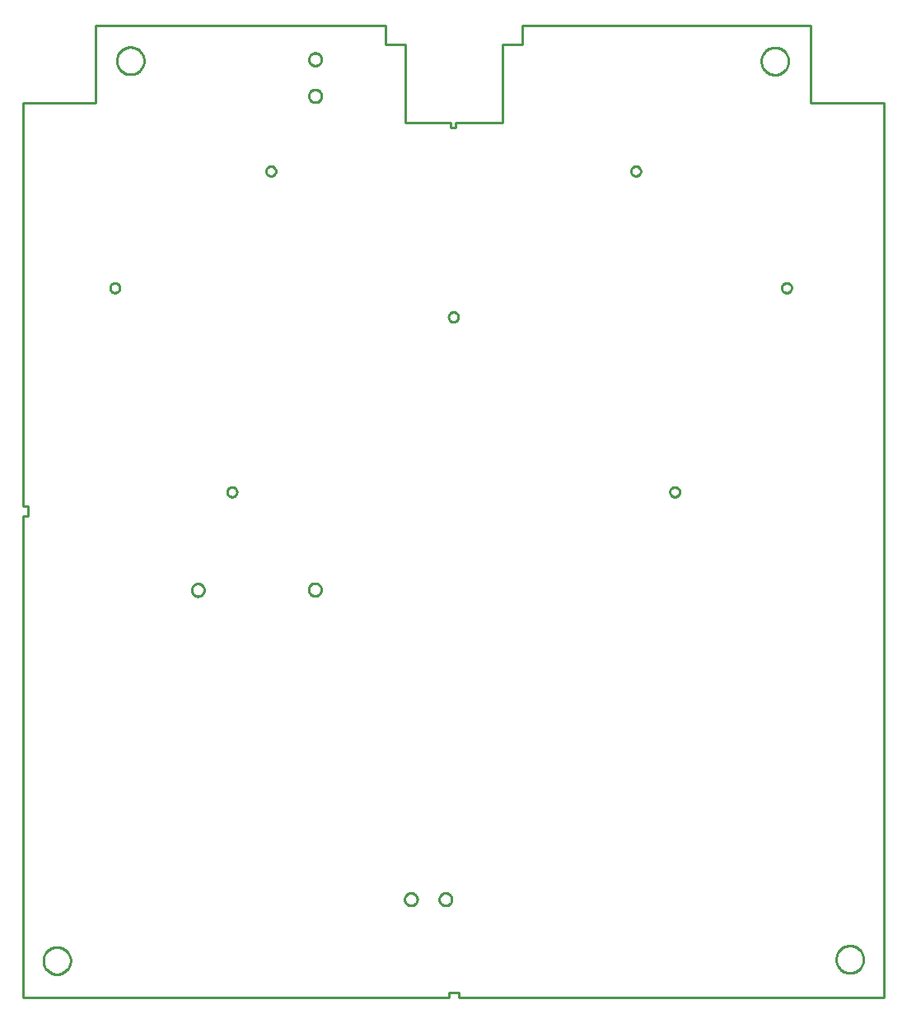
<source format=gbr>
G04 EAGLE Gerber X2 export*
%TF.Part,Single*%
%TF.FileFunction,Profile,NP*%
%TF.FilePolarity,Positive*%
%TF.GenerationSoftware,Autodesk,EAGLE,9.2.2*%
%TF.CreationDate,2019-03-16T21:44:51Z*%
G75*
%MOMM*%
%FSLAX34Y34*%
%LPD*%
%IN*%
%AMOC8*
5,1,8,0,0,1.08239X$1,22.5*%
G01*
%ADD10C,0.254000*%


D10*
X0Y0D02*
X438000Y0D01*
X438000Y5000D01*
X448000Y5000D01*
X448000Y0D01*
X885000Y0D01*
X885000Y920000D01*
X810000Y920000D01*
X810000Y1000000D01*
X513000Y1000000D01*
X513000Y980000D01*
X493000Y980000D01*
X493000Y900000D01*
X445000Y900000D01*
X445000Y895000D01*
X440000Y895000D01*
X440000Y900000D01*
X393000Y900000D01*
X393000Y980000D01*
X373000Y980000D01*
X373000Y1000000D01*
X75000Y1000000D01*
X75000Y920000D01*
X0Y920000D01*
X0Y505000D01*
X5000Y505000D01*
X5000Y495000D01*
X0Y495000D01*
X0Y0D01*
X836000Y38585D02*
X836071Y37588D01*
X836214Y36598D01*
X836426Y35621D01*
X836708Y34661D01*
X837057Y33724D01*
X837473Y32814D01*
X837952Y31937D01*
X838493Y31095D01*
X839092Y30295D01*
X839747Y29539D01*
X840454Y28832D01*
X841210Y28177D01*
X842010Y27578D01*
X842852Y27037D01*
X843729Y26558D01*
X844639Y26142D01*
X845576Y25793D01*
X846536Y25511D01*
X847513Y25299D01*
X848503Y25156D01*
X849500Y25085D01*
X850500Y25085D01*
X851498Y25156D01*
X852487Y25299D01*
X853465Y25511D01*
X854424Y25793D01*
X855361Y26142D01*
X856271Y26558D01*
X857148Y27037D01*
X857990Y27578D01*
X858790Y28177D01*
X859546Y28832D01*
X860253Y29539D01*
X860908Y30295D01*
X861507Y31095D01*
X862048Y31937D01*
X862527Y32814D01*
X862943Y33724D01*
X863292Y34661D01*
X863574Y35621D01*
X863786Y36598D01*
X863929Y37588D01*
X864000Y38585D01*
X864000Y39585D01*
X863929Y40583D01*
X863786Y41572D01*
X863574Y42550D01*
X863292Y43509D01*
X862943Y44446D01*
X862527Y45356D01*
X862048Y46233D01*
X861507Y47075D01*
X860908Y47875D01*
X860253Y48631D01*
X859546Y49338D01*
X858790Y49993D01*
X857990Y50592D01*
X857148Y51133D01*
X856271Y51612D01*
X855361Y52028D01*
X854424Y52377D01*
X853465Y52659D01*
X852487Y52871D01*
X851498Y53014D01*
X850500Y53085D01*
X849500Y53085D01*
X848503Y53014D01*
X847513Y52871D01*
X846536Y52659D01*
X845576Y52377D01*
X844639Y52028D01*
X843729Y51612D01*
X842852Y51133D01*
X842010Y50592D01*
X841210Y49993D01*
X840454Y49338D01*
X839747Y48631D01*
X839092Y47875D01*
X838493Y47075D01*
X837952Y46233D01*
X837473Y45356D01*
X837057Y44446D01*
X836708Y43509D01*
X836426Y42550D01*
X836214Y41572D01*
X836071Y40583D01*
X836000Y39585D01*
X836000Y38585D01*
X49000Y37318D02*
X48929Y36321D01*
X48786Y35331D01*
X48574Y34354D01*
X48292Y33394D01*
X47943Y32457D01*
X47527Y31548D01*
X47048Y30670D01*
X46507Y29829D01*
X45908Y29028D01*
X45253Y28272D01*
X44546Y27565D01*
X43790Y26910D01*
X42990Y26311D01*
X42148Y25770D01*
X41271Y25291D01*
X40361Y24876D01*
X39424Y24526D01*
X38465Y24245D01*
X37487Y24032D01*
X36498Y23890D01*
X35500Y23818D01*
X34500Y23818D01*
X33503Y23890D01*
X32513Y24032D01*
X31536Y24245D01*
X30576Y24526D01*
X29639Y24876D01*
X28729Y25291D01*
X27852Y25770D01*
X27010Y26311D01*
X26210Y26910D01*
X25454Y27565D01*
X24747Y28272D01*
X24092Y29028D01*
X23493Y29829D01*
X22952Y30670D01*
X22473Y31548D01*
X22057Y32457D01*
X21708Y33394D01*
X21426Y34354D01*
X21214Y35331D01*
X21071Y36321D01*
X21000Y37318D01*
X21000Y38318D01*
X21071Y39316D01*
X21214Y40306D01*
X21426Y41283D01*
X21708Y42242D01*
X22057Y43179D01*
X22473Y44089D01*
X22952Y44967D01*
X23493Y45808D01*
X24092Y46608D01*
X24747Y47364D01*
X25454Y48071D01*
X26210Y48726D01*
X27010Y49326D01*
X27852Y49866D01*
X28729Y50345D01*
X29639Y50761D01*
X30576Y51110D01*
X31536Y51392D01*
X32513Y51605D01*
X33503Y51747D01*
X34500Y51818D01*
X35500Y51818D01*
X36498Y51747D01*
X37487Y51605D01*
X38465Y51392D01*
X39424Y51110D01*
X40361Y50761D01*
X41271Y50345D01*
X42148Y49866D01*
X42990Y49326D01*
X43790Y48726D01*
X44546Y48071D01*
X45253Y47364D01*
X45908Y46608D01*
X46507Y45808D01*
X47048Y44967D01*
X47527Y44089D01*
X47943Y43179D01*
X48292Y42242D01*
X48574Y41283D01*
X48786Y40306D01*
X48929Y39316D01*
X49000Y38318D01*
X49000Y37318D01*
X784719Y725000D02*
X784161Y725063D01*
X783614Y725188D01*
X783084Y725373D01*
X782578Y725617D01*
X782102Y725916D01*
X781663Y726266D01*
X781266Y726663D01*
X780916Y727102D01*
X780617Y727578D01*
X780373Y728084D01*
X780188Y728614D01*
X780063Y729161D01*
X780000Y729719D01*
X780000Y730281D01*
X780063Y730839D01*
X780188Y731386D01*
X780373Y731916D01*
X780617Y732422D01*
X780916Y732898D01*
X781266Y733337D01*
X781663Y733734D01*
X782102Y734084D01*
X782578Y734383D01*
X783084Y734627D01*
X783614Y734812D01*
X784161Y734937D01*
X784719Y735000D01*
X785281Y735000D01*
X785839Y734937D01*
X786386Y734812D01*
X786916Y734627D01*
X787422Y734383D01*
X787898Y734084D01*
X788337Y733734D01*
X788734Y733337D01*
X789084Y732898D01*
X789383Y732422D01*
X789627Y731916D01*
X789812Y731386D01*
X789937Y730839D01*
X790000Y730281D01*
X790000Y729719D01*
X789937Y729161D01*
X789812Y728614D01*
X789627Y728084D01*
X789383Y727578D01*
X789084Y727102D01*
X788734Y726663D01*
X788337Y726266D01*
X787898Y725916D01*
X787422Y725617D01*
X786916Y725373D01*
X786386Y725188D01*
X785839Y725063D01*
X785281Y725000D01*
X784719Y725000D01*
X220000Y519719D02*
X219937Y519161D01*
X219812Y518614D01*
X219627Y518084D01*
X219383Y517578D01*
X219084Y517102D01*
X218734Y516663D01*
X218337Y516266D01*
X217898Y515916D01*
X217422Y515617D01*
X216916Y515373D01*
X216386Y515188D01*
X215839Y515063D01*
X215281Y515000D01*
X214719Y515000D01*
X214161Y515063D01*
X213614Y515188D01*
X213084Y515373D01*
X212578Y515617D01*
X212102Y515916D01*
X211663Y516266D01*
X211266Y516663D01*
X210916Y517102D01*
X210617Y517578D01*
X210373Y518084D01*
X210188Y518614D01*
X210063Y519161D01*
X210000Y519719D01*
X210000Y520281D01*
X210063Y520839D01*
X210188Y521386D01*
X210373Y521916D01*
X210617Y522422D01*
X210916Y522898D01*
X211266Y523337D01*
X211663Y523734D01*
X212102Y524084D01*
X212578Y524383D01*
X213084Y524627D01*
X213614Y524812D01*
X214161Y524937D01*
X214719Y525000D01*
X215281Y525000D01*
X215839Y524937D01*
X216386Y524812D01*
X216916Y524627D01*
X217422Y524383D01*
X217898Y524084D01*
X218337Y523734D01*
X218734Y523337D01*
X219084Y522898D01*
X219383Y522422D01*
X219627Y521916D01*
X219812Y521386D01*
X219937Y520839D01*
X220000Y520281D01*
X220000Y519719D01*
X629719Y845000D02*
X629161Y845063D01*
X628614Y845188D01*
X628084Y845373D01*
X627578Y845617D01*
X627102Y845916D01*
X626663Y846266D01*
X626266Y846663D01*
X625916Y847102D01*
X625617Y847578D01*
X625373Y848084D01*
X625188Y848614D01*
X625063Y849161D01*
X625000Y849719D01*
X625000Y850281D01*
X625063Y850839D01*
X625188Y851386D01*
X625373Y851916D01*
X625617Y852422D01*
X625916Y852898D01*
X626266Y853337D01*
X626663Y853734D01*
X627102Y854084D01*
X627578Y854383D01*
X628084Y854627D01*
X628614Y854812D01*
X629161Y854937D01*
X629719Y855000D01*
X630281Y855000D01*
X630839Y854937D01*
X631386Y854812D01*
X631916Y854627D01*
X632422Y854383D01*
X632898Y854084D01*
X633337Y853734D01*
X633734Y853337D01*
X634084Y852898D01*
X634383Y852422D01*
X634627Y851916D01*
X634812Y851386D01*
X634937Y850839D01*
X635000Y850281D01*
X635000Y849719D01*
X634937Y849161D01*
X634812Y848614D01*
X634627Y848084D01*
X634383Y847578D01*
X634084Y847102D01*
X633734Y846663D01*
X633337Y846266D01*
X632898Y845916D01*
X632422Y845617D01*
X631916Y845373D01*
X631386Y845188D01*
X630839Y845063D01*
X630281Y845000D01*
X629719Y845000D01*
X665000Y520281D02*
X665063Y520839D01*
X665188Y521386D01*
X665373Y521916D01*
X665617Y522422D01*
X665916Y522898D01*
X666266Y523337D01*
X666663Y523734D01*
X667102Y524084D01*
X667578Y524383D01*
X668084Y524627D01*
X668614Y524812D01*
X669161Y524937D01*
X669719Y525000D01*
X670281Y525000D01*
X670839Y524937D01*
X671386Y524812D01*
X671916Y524627D01*
X672422Y524383D01*
X672898Y524084D01*
X673337Y523734D01*
X673734Y523337D01*
X674084Y522898D01*
X674383Y522422D01*
X674627Y521916D01*
X674812Y521386D01*
X674937Y520839D01*
X675000Y520281D01*
X675000Y519719D01*
X674937Y519161D01*
X674812Y518614D01*
X674627Y518084D01*
X674383Y517578D01*
X674084Y517102D01*
X673734Y516663D01*
X673337Y516266D01*
X672898Y515916D01*
X672422Y515617D01*
X671916Y515373D01*
X671386Y515188D01*
X670839Y515063D01*
X670281Y515000D01*
X669719Y515000D01*
X669161Y515063D01*
X668614Y515188D01*
X668084Y515373D01*
X667578Y515617D01*
X667102Y515916D01*
X666663Y516266D01*
X666266Y516663D01*
X665916Y517102D01*
X665617Y517578D01*
X665373Y518084D01*
X665188Y518614D01*
X665063Y519161D01*
X665000Y519719D01*
X665000Y520281D01*
X442219Y695000D02*
X441661Y695063D01*
X441114Y695188D01*
X440584Y695373D01*
X440078Y695617D01*
X439602Y695916D01*
X439163Y696266D01*
X438766Y696663D01*
X438416Y697102D01*
X438117Y697578D01*
X437873Y698084D01*
X437688Y698614D01*
X437563Y699161D01*
X437500Y699719D01*
X437500Y700281D01*
X437563Y700839D01*
X437688Y701386D01*
X437873Y701916D01*
X438117Y702422D01*
X438416Y702898D01*
X438766Y703337D01*
X439163Y703734D01*
X439602Y704084D01*
X440078Y704383D01*
X440584Y704627D01*
X441114Y704812D01*
X441661Y704937D01*
X442219Y705000D01*
X442781Y705000D01*
X443339Y704937D01*
X443886Y704812D01*
X444416Y704627D01*
X444922Y704383D01*
X445398Y704084D01*
X445837Y703734D01*
X446234Y703337D01*
X446584Y702898D01*
X446883Y702422D01*
X447127Y701916D01*
X447312Y701386D01*
X447437Y700839D01*
X447500Y700281D01*
X447500Y699719D01*
X447437Y699161D01*
X447312Y698614D01*
X447127Y698084D01*
X446883Y697578D01*
X446584Y697102D01*
X446234Y696663D01*
X445837Y696266D01*
X445398Y695916D01*
X444922Y695617D01*
X444416Y695373D01*
X443886Y695188D01*
X443339Y695063D01*
X442781Y695000D01*
X442219Y695000D01*
X94307Y725000D02*
X93749Y725063D01*
X93201Y725188D01*
X92671Y725373D01*
X92165Y725617D01*
X91690Y725916D01*
X91251Y726266D01*
X90853Y726663D01*
X90503Y727102D01*
X90205Y727578D01*
X89961Y728084D01*
X89775Y728614D01*
X89650Y729161D01*
X89588Y729719D01*
X89588Y730281D01*
X89650Y730839D01*
X89775Y731386D01*
X89961Y731916D01*
X90205Y732422D01*
X90503Y732898D01*
X90853Y733337D01*
X91251Y733734D01*
X91690Y734084D01*
X92165Y734383D01*
X92671Y734627D01*
X93201Y734812D01*
X93749Y734937D01*
X94307Y735000D01*
X94868Y735000D01*
X95426Y734937D01*
X95974Y734812D01*
X96504Y734627D01*
X97010Y734383D01*
X97485Y734084D01*
X97925Y733734D01*
X98322Y733337D01*
X98672Y732898D01*
X98971Y732422D01*
X99214Y731916D01*
X99400Y731386D01*
X99525Y730839D01*
X99588Y730281D01*
X99588Y729719D01*
X99525Y729161D01*
X99400Y728614D01*
X99214Y728084D01*
X98971Y727578D01*
X98672Y727102D01*
X98322Y726663D01*
X97925Y726266D01*
X97485Y725916D01*
X97010Y725617D01*
X96504Y725373D01*
X95974Y725188D01*
X95426Y725063D01*
X94868Y725000D01*
X94307Y725000D01*
X306703Y419155D02*
X306640Y418519D01*
X306516Y417893D01*
X306330Y417282D01*
X306086Y416692D01*
X305785Y416129D01*
X305430Y415598D01*
X305025Y415104D01*
X304573Y414652D01*
X304080Y414247D01*
X303549Y413892D01*
X302985Y413591D01*
X302395Y413347D01*
X301784Y413162D01*
X301158Y413037D01*
X300522Y412974D01*
X299884Y412974D01*
X299248Y413037D01*
X298622Y413162D01*
X298010Y413347D01*
X297420Y413591D01*
X296857Y413892D01*
X296326Y414247D01*
X295833Y414652D01*
X295381Y415104D01*
X294976Y415598D01*
X294621Y416129D01*
X294320Y416692D01*
X294076Y417282D01*
X293890Y417893D01*
X293766Y418519D01*
X293703Y419155D01*
X293703Y419794D01*
X293766Y420429D01*
X293890Y421056D01*
X294076Y421667D01*
X294320Y422257D01*
X294621Y422820D01*
X294976Y423351D01*
X295381Y423845D01*
X295833Y424296D01*
X296326Y424702D01*
X296857Y425056D01*
X297420Y425357D01*
X298010Y425602D01*
X298622Y425787D01*
X299248Y425912D01*
X299884Y425974D01*
X300522Y425974D01*
X301158Y425912D01*
X301784Y425787D01*
X302395Y425602D01*
X302985Y425357D01*
X303549Y425056D01*
X304080Y424702D01*
X304573Y424296D01*
X305025Y423845D01*
X305430Y423351D01*
X305785Y422820D01*
X306086Y422257D01*
X306330Y421667D01*
X306516Y421056D01*
X306640Y420429D01*
X306703Y419794D01*
X306703Y419155D01*
X186436Y418789D02*
X186374Y418153D01*
X186249Y417527D01*
X186064Y416915D01*
X185819Y416325D01*
X185518Y415762D01*
X185163Y415231D01*
X184758Y414737D01*
X184307Y414286D01*
X183813Y413881D01*
X183282Y413526D01*
X182719Y413225D01*
X182129Y412980D01*
X181517Y412795D01*
X180891Y412670D01*
X180255Y412608D01*
X179617Y412608D01*
X178981Y412670D01*
X178355Y412795D01*
X177744Y412980D01*
X177154Y413225D01*
X176590Y413526D01*
X176059Y413881D01*
X175566Y414286D01*
X175114Y414737D01*
X174709Y415231D01*
X174354Y415762D01*
X174053Y416325D01*
X173809Y416915D01*
X173623Y417527D01*
X173499Y418153D01*
X173436Y418789D01*
X173436Y419427D01*
X173499Y420063D01*
X173623Y420689D01*
X173809Y421300D01*
X174053Y421890D01*
X174354Y422454D01*
X174709Y422985D01*
X175114Y423478D01*
X175566Y423930D01*
X176059Y424335D01*
X176590Y424690D01*
X177154Y424991D01*
X177744Y425235D01*
X178355Y425421D01*
X178981Y425545D01*
X179617Y425608D01*
X180255Y425608D01*
X180891Y425545D01*
X181517Y425421D01*
X182129Y425235D01*
X182719Y424991D01*
X183282Y424690D01*
X183813Y424335D01*
X184307Y423930D01*
X184758Y423478D01*
X185163Y422985D01*
X185518Y422454D01*
X185819Y421890D01*
X186064Y421300D01*
X186249Y420689D01*
X186374Y420063D01*
X186436Y419427D01*
X186436Y418789D01*
X306960Y964659D02*
X306898Y964023D01*
X306773Y963397D01*
X306588Y962786D01*
X306343Y962195D01*
X306042Y961632D01*
X305687Y961101D01*
X305282Y960608D01*
X304831Y960156D01*
X304337Y959751D01*
X303806Y959396D01*
X303243Y959095D01*
X302653Y958851D01*
X302041Y958665D01*
X301415Y958541D01*
X300779Y958478D01*
X300141Y958478D01*
X299505Y958541D01*
X298879Y958665D01*
X298268Y958851D01*
X297678Y959095D01*
X297114Y959396D01*
X296583Y959751D01*
X296090Y960156D01*
X295638Y960608D01*
X295233Y961101D01*
X294878Y961632D01*
X294577Y962195D01*
X294333Y962786D01*
X294147Y963397D01*
X294023Y964023D01*
X293960Y964659D01*
X293960Y965297D01*
X294023Y965933D01*
X294147Y966559D01*
X294333Y967170D01*
X294577Y967760D01*
X294878Y968324D01*
X295233Y968855D01*
X295638Y969348D01*
X296090Y969800D01*
X296583Y970205D01*
X297114Y970560D01*
X297678Y970861D01*
X298268Y971105D01*
X298879Y971291D01*
X299505Y971415D01*
X300141Y971478D01*
X300779Y971478D01*
X301415Y971415D01*
X302041Y971291D01*
X302653Y971105D01*
X303243Y970861D01*
X303806Y970560D01*
X304337Y970205D01*
X304831Y969800D01*
X305282Y969348D01*
X305687Y968855D01*
X306042Y968324D01*
X306343Y967760D01*
X306588Y967170D01*
X306773Y966559D01*
X306898Y965933D01*
X306960Y965297D01*
X306960Y964659D01*
X306960Y927067D02*
X306898Y926431D01*
X306773Y925805D01*
X306588Y925194D01*
X306343Y924603D01*
X306042Y924040D01*
X305687Y923509D01*
X305282Y923016D01*
X304831Y922564D01*
X304337Y922159D01*
X303806Y921804D01*
X303243Y921503D01*
X302653Y921259D01*
X302041Y921073D01*
X301415Y920949D01*
X300779Y920886D01*
X300141Y920886D01*
X299505Y920949D01*
X298879Y921073D01*
X298268Y921259D01*
X297678Y921503D01*
X297114Y921804D01*
X296583Y922159D01*
X296090Y922564D01*
X295638Y923016D01*
X295233Y923509D01*
X294878Y924040D01*
X294577Y924603D01*
X294333Y925194D01*
X294147Y925805D01*
X294023Y926431D01*
X293960Y927067D01*
X293960Y927705D01*
X294023Y928341D01*
X294147Y928967D01*
X294333Y929578D01*
X294577Y930168D01*
X294878Y930732D01*
X295233Y931263D01*
X295638Y931756D01*
X296090Y932208D01*
X296583Y932613D01*
X297114Y932968D01*
X297678Y933269D01*
X298268Y933513D01*
X298879Y933699D01*
X299505Y933823D01*
X300141Y933886D01*
X300779Y933886D01*
X301415Y933823D01*
X302041Y933699D01*
X302653Y933513D01*
X303243Y933269D01*
X303806Y932968D01*
X304337Y932613D01*
X304831Y932208D01*
X305282Y931756D01*
X305687Y931263D01*
X306042Y930732D01*
X306343Y930168D01*
X306588Y929578D01*
X306773Y928967D01*
X306898Y928341D01*
X306960Y927705D01*
X306960Y927067D01*
X250000Y850281D02*
X250063Y850839D01*
X250188Y851386D01*
X250373Y851916D01*
X250617Y852422D01*
X250916Y852898D01*
X251266Y853337D01*
X251663Y853734D01*
X252102Y854084D01*
X252578Y854383D01*
X253084Y854627D01*
X253614Y854812D01*
X254161Y854937D01*
X254719Y855000D01*
X255281Y855000D01*
X255839Y854937D01*
X256386Y854812D01*
X256916Y854627D01*
X257422Y854383D01*
X257898Y854084D01*
X258337Y853734D01*
X258734Y853337D01*
X259084Y852898D01*
X259383Y852422D01*
X259627Y851916D01*
X259812Y851386D01*
X259937Y850839D01*
X260000Y850281D01*
X260000Y849719D01*
X259937Y849161D01*
X259812Y848614D01*
X259627Y848084D01*
X259383Y847578D01*
X259084Y847102D01*
X258734Y846663D01*
X258337Y846266D01*
X257898Y845916D01*
X257422Y845617D01*
X256916Y845373D01*
X256386Y845188D01*
X255839Y845063D01*
X255281Y845000D01*
X254719Y845000D01*
X254161Y845063D01*
X253614Y845188D01*
X253084Y845373D01*
X252578Y845617D01*
X252102Y845916D01*
X251663Y846266D01*
X251266Y846663D01*
X250916Y847102D01*
X250617Y847578D01*
X250373Y848084D01*
X250188Y848614D01*
X250063Y849161D01*
X250000Y849719D01*
X250000Y850281D01*
X124534Y962997D02*
X124463Y961999D01*
X124320Y961009D01*
X124108Y960032D01*
X123826Y959073D01*
X123477Y958136D01*
X123061Y957226D01*
X122582Y956348D01*
X122041Y955507D01*
X121442Y954707D01*
X120787Y953951D01*
X120080Y953244D01*
X119324Y952589D01*
X118524Y951990D01*
X117682Y951449D01*
X116805Y950970D01*
X115895Y950554D01*
X114958Y950205D01*
X113999Y949923D01*
X113021Y949710D01*
X112032Y949568D01*
X111034Y949497D01*
X110034Y949497D01*
X109037Y949568D01*
X108047Y949710D01*
X107070Y949923D01*
X106110Y950205D01*
X105173Y950554D01*
X104263Y950970D01*
X103386Y951449D01*
X102545Y951990D01*
X101744Y952589D01*
X100988Y953244D01*
X100281Y953951D01*
X99626Y954707D01*
X99027Y955507D01*
X98486Y956348D01*
X98007Y957226D01*
X97592Y958136D01*
X97242Y959073D01*
X96960Y960032D01*
X96748Y961009D01*
X96605Y961999D01*
X96534Y962997D01*
X96534Y963997D01*
X96605Y964994D01*
X96748Y965984D01*
X96960Y966961D01*
X97242Y967921D01*
X97592Y968858D01*
X98007Y969767D01*
X98486Y970645D01*
X99027Y971486D01*
X99626Y972287D01*
X100281Y973043D01*
X100988Y973750D01*
X101744Y974405D01*
X102545Y975004D01*
X103386Y975545D01*
X104263Y976024D01*
X105173Y976439D01*
X106110Y976789D01*
X107070Y977071D01*
X108047Y977283D01*
X109037Y977425D01*
X110034Y977497D01*
X111034Y977497D01*
X112032Y977425D01*
X113021Y977283D01*
X113999Y977071D01*
X114958Y976789D01*
X115895Y976439D01*
X116805Y976024D01*
X117682Y975545D01*
X118524Y975004D01*
X119324Y974405D01*
X120080Y973750D01*
X120787Y973043D01*
X121442Y972287D01*
X122041Y971486D01*
X122582Y970645D01*
X123061Y969767D01*
X123477Y968858D01*
X123826Y967921D01*
X124108Y966961D01*
X124320Y965984D01*
X124463Y964994D01*
X124534Y963997D01*
X124534Y962997D01*
X758959Y962723D02*
X759031Y961725D01*
X759173Y960735D01*
X759385Y959758D01*
X759667Y958799D01*
X760017Y957862D01*
X760432Y956952D01*
X760911Y956074D01*
X761452Y955233D01*
X762051Y954433D01*
X762706Y953677D01*
X763413Y952970D01*
X764169Y952315D01*
X764970Y951716D01*
X765811Y951175D01*
X766689Y950696D01*
X767598Y950280D01*
X768535Y949931D01*
X769495Y949649D01*
X770472Y949436D01*
X771462Y949294D01*
X772459Y949223D01*
X773459Y949223D01*
X774457Y949294D01*
X775447Y949436D01*
X776424Y949649D01*
X777383Y949931D01*
X778320Y950280D01*
X779230Y950696D01*
X780108Y951175D01*
X780949Y951716D01*
X781749Y952315D01*
X782505Y952970D01*
X783212Y953677D01*
X783867Y954433D01*
X784466Y955233D01*
X785007Y956074D01*
X785486Y956952D01*
X785902Y957862D01*
X786251Y958799D01*
X786533Y959758D01*
X786746Y960735D01*
X786888Y961725D01*
X786959Y962723D01*
X786959Y963723D01*
X786888Y964720D01*
X786746Y965710D01*
X786533Y966687D01*
X786251Y967647D01*
X785902Y968584D01*
X785486Y969493D01*
X785007Y970371D01*
X784466Y971212D01*
X783867Y972013D01*
X783212Y972769D01*
X782505Y973476D01*
X781749Y974131D01*
X780949Y974730D01*
X780108Y975271D01*
X779230Y975750D01*
X778320Y976165D01*
X777383Y976515D01*
X776424Y976797D01*
X775447Y977009D01*
X774457Y977151D01*
X773459Y977223D01*
X772459Y977223D01*
X771462Y977151D01*
X770472Y977009D01*
X769495Y976797D01*
X768535Y976515D01*
X767598Y976165D01*
X766689Y975750D01*
X765811Y975271D01*
X764970Y974730D01*
X764169Y974131D01*
X763413Y973476D01*
X762706Y972769D01*
X762051Y972013D01*
X761452Y971212D01*
X760911Y970371D01*
X760432Y969493D01*
X760017Y968584D01*
X759667Y967647D01*
X759385Y966687D01*
X759173Y965710D01*
X759031Y964720D01*
X758959Y963723D01*
X758959Y962723D01*
X405372Y100610D02*
X405310Y99975D01*
X405185Y99348D01*
X405000Y98737D01*
X404755Y98147D01*
X404454Y97584D01*
X404099Y97053D01*
X403694Y96559D01*
X403243Y96108D01*
X402749Y95702D01*
X402218Y95348D01*
X401655Y95047D01*
X401065Y94802D01*
X400453Y94617D01*
X399827Y94492D01*
X399191Y94430D01*
X398553Y94430D01*
X397917Y94492D01*
X397291Y94617D01*
X396680Y94802D01*
X396090Y95047D01*
X395526Y95348D01*
X394995Y95702D01*
X394502Y96108D01*
X394050Y96559D01*
X393645Y97053D01*
X393290Y97584D01*
X392989Y98147D01*
X392745Y98737D01*
X392559Y99348D01*
X392435Y99975D01*
X392372Y100610D01*
X392372Y101249D01*
X392435Y101884D01*
X392559Y102511D01*
X392745Y103122D01*
X392989Y103712D01*
X393290Y104275D01*
X393645Y104806D01*
X394050Y105300D01*
X394502Y105752D01*
X394995Y106157D01*
X395526Y106512D01*
X396090Y106813D01*
X396680Y107057D01*
X397291Y107242D01*
X397917Y107367D01*
X398553Y107430D01*
X399191Y107430D01*
X399827Y107367D01*
X400453Y107242D01*
X401065Y107057D01*
X401655Y106813D01*
X402218Y106512D01*
X402749Y106157D01*
X403243Y105752D01*
X403694Y105300D01*
X404099Y104806D01*
X404454Y104275D01*
X404755Y103712D01*
X405000Y103122D01*
X405185Y102511D01*
X405310Y101884D01*
X405372Y101249D01*
X405372Y100610D01*
X440917Y100610D02*
X440855Y99975D01*
X440730Y99348D01*
X440545Y98737D01*
X440300Y98147D01*
X439999Y97584D01*
X439644Y97053D01*
X439239Y96559D01*
X438788Y96108D01*
X438294Y95702D01*
X437763Y95348D01*
X437200Y95047D01*
X436610Y94802D01*
X435999Y94617D01*
X435372Y94492D01*
X434737Y94430D01*
X434098Y94430D01*
X433462Y94492D01*
X432836Y94617D01*
X432225Y94802D01*
X431635Y95047D01*
X431072Y95348D01*
X430541Y95702D01*
X430047Y96108D01*
X429595Y96559D01*
X429190Y97053D01*
X428835Y97584D01*
X428534Y98147D01*
X428290Y98737D01*
X428105Y99348D01*
X427980Y99975D01*
X427917Y100610D01*
X427917Y101249D01*
X427980Y101884D01*
X428105Y102511D01*
X428290Y103122D01*
X428534Y103712D01*
X428835Y104275D01*
X429190Y104806D01*
X429595Y105300D01*
X430047Y105752D01*
X430541Y106157D01*
X431072Y106512D01*
X431635Y106813D01*
X432225Y107057D01*
X432836Y107242D01*
X433462Y107367D01*
X434098Y107430D01*
X434737Y107430D01*
X435372Y107367D01*
X435999Y107242D01*
X436610Y107057D01*
X437200Y106813D01*
X437763Y106512D01*
X438294Y106157D01*
X438788Y105752D01*
X439239Y105300D01*
X439644Y104806D01*
X439999Y104275D01*
X440300Y103712D01*
X440545Y103122D01*
X440730Y102511D01*
X440855Y101884D01*
X440917Y101249D01*
X440917Y100610D01*
M02*

</source>
